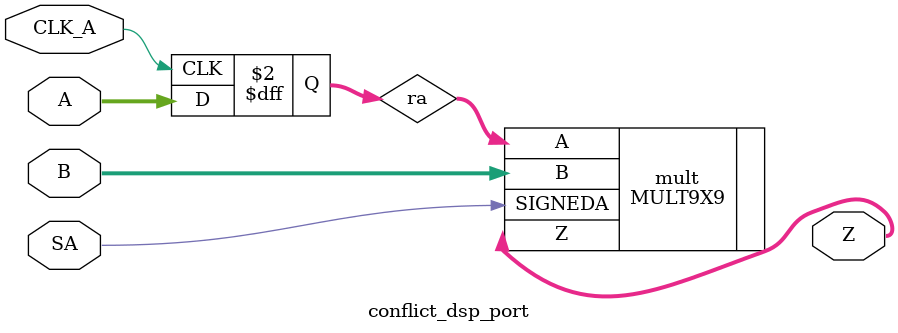
<source format=v>

module conflict_dsp_clk (
    input  wire        CLK_A,
    input  wire        CLK_B,
    input  wire [ 8:0] A,
    input  wire [ 8:0] B,
    output wire [17:0] Z
);

    reg [8:0] ra;
    always @(posedge CLK_A)
        ra <= A;

    reg [8:0] rb;
    always @(posedge CLK_B)
        rb <= B;

    MULT9X9 # (
        .REGINPUTA("BYPASS"),
        .REGINPUTB("BYPASS"),
        .REGOUTPUT("BYPASS")
    ) mult (
        .A (ra),
        .B (rb),
        .Z (Z)
    );

endmodule

module conflict_ff_clk (
    input  wire        CLK1,
    input  wire        CLK2,
    input  wire [ 8:0] A,
    input  wire [ 8:0] B,
    output wire [17:0] Z
);

    reg [17:0] z;

    always @(posedge CLK1)
        Z[17:9] <= z[17:9];
    always @(posedge CLK2)
        Z[ 8:0] <= z[ 8:0];

    MULT9X9 # (
        .REGINPUTA("BYPASS"),
        .REGINPUTB("BYPASS"),
        .REGOUTPUT("BYPASS")
    ) mult (
        .A (A),
        .B (B),
        .Z (z)
    );

endmodule

module conflict_ff_rst (
    input  wire        CLK,
    input  wire        RST1,
    input  wire        RST2,
    input  wire [ 8:0] A,
    input  wire [ 8:0] B,
    output wire [17:0] Z
);

    reg [17:0] z;

    always @(posedge CLK or posedge RST1)
        if (RST1)
            Z[17:9] <= 0;
        else
            Z[17:9] <= z[17:9];
    always @(posedge CLK or posedge RST2)
        if (RST2)
            Z[ 8:0] <= 0;
        else
            Z[ 8:0] <= z[ 8:0];

    MULT9X9 # (
        .REGINPUTA("BYPASS"),
        .REGINPUTB("BYPASS"),
        .REGOUTPUT("BYPASS")
    ) mult (
        .A (A),
        .B (B),
        .Z (z)
    );

endmodule

module conflict_ff_ena (
    input  wire        CLK,
    input  wire        ENA1,
    input  wire        ENA2,
    input  wire [ 8:0] A,
    input  wire [ 8:0] B,
    output wire [17:0] Z
);

    reg [17:0] z;

    always @(posedge CLK)
        if (ENA1)
            Z[17:9] <= z[17:9];
    always @(posedge CLK)
        if (ENA2)
            Z[ 8:0] <= z[ 8:0];

    MULT9X9 # (
        .REGINPUTA("BYPASS"),
        .REGINPUTB("BYPASS"),
        .REGOUTPUT("BYPASS")
    ) mult (
        .A (A),
        .B (B),
        .Z (z)
    );

endmodule

module conflict_dsp_port (
    input  wire        CLK_A,
    input  wire [ 8:0] A,
    input  wire        SA,
    input  wire [ 8:0] B,
    output wire [17:0] Z
);

    reg [8:0] ra;
    always @(posedge CLK_A)
        ra <= A;

    MULT9X9 # (
        .REGINPUTA("BYPASS"),
        .REGINPUTB("BYPASS"),
        .REGOUTPUT("BYPASS")
    ) mult (
        .A       (ra),
        .SIGNEDA (SA),
        .B       (B),
        .Z       (Z)
    );

endmodule

</source>
